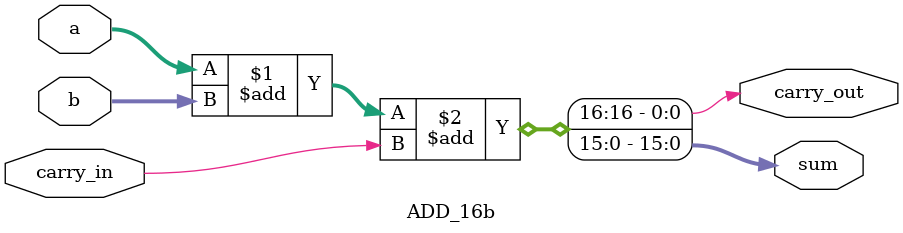
<source format=sv>
/**
    * adds two 16-bit numbers with a carry-in. Uses the '+' operator, so synthesis tool will infer an adder
*/

`default_nettype none
module ADD_16b (
    input wire [15:0] a,
    input wire [15:0] b,
    input wire carry_in,
    output wire carry_out, 
    output wire [15:0] sum
);
	
	assign {carry_out, sum} = a + b + carry_in;


endmodule

`default_nettype wire
</source>
